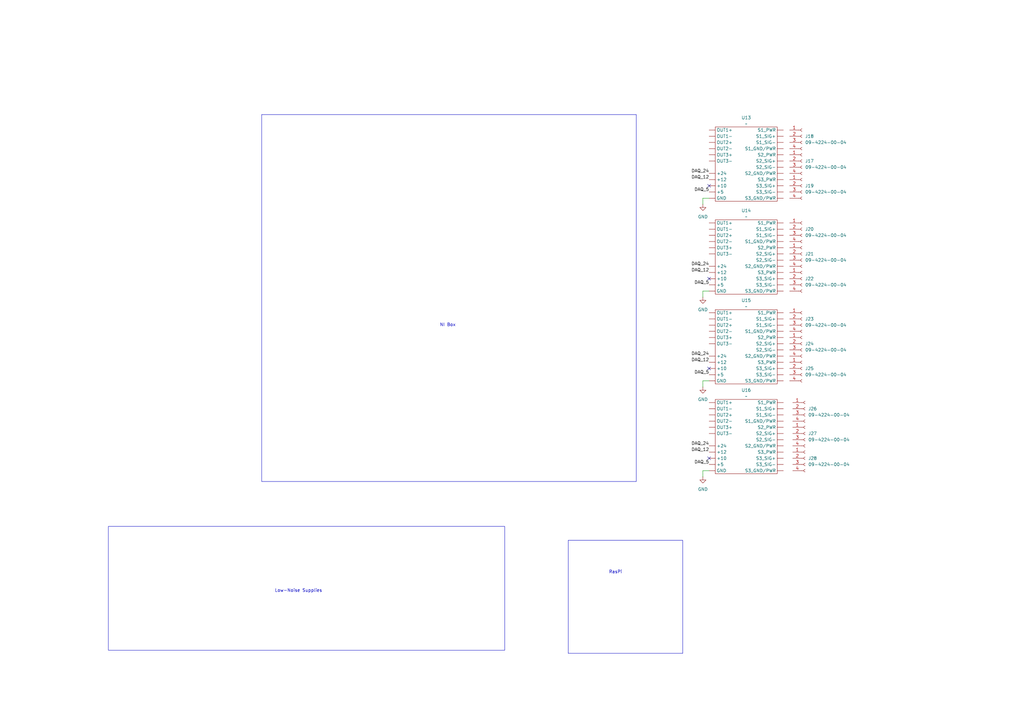
<source format=kicad_sch>
(kicad_sch (version 20231120) (generator "eeschema") (generator_version "8.0")
  (paper "A3")
  (lib_symbols
    (symbol "Connector:Conn_01x04_Socket" (pin_names (offset 1.016) hide)
      (property "Reference" "J" (at 0 5.08 0))
      (property "Value" "Conn_01x04_Socket" (at 0 -7.62 0))
      (symbol "Conn_01x04_Socket_1_1"
        (arc (start 0 -4.572) (mid -0.5058 -5.08) (end 0 -5.588) (stroke (width 0.1524)))
        (arc (start 0 -2.032) (mid -0.5058 -2.54) (end 0 -3.048) (stroke (width 0.1524)))
        (polyline (pts (xy -1.27 -5.08) (xy -0.508 -5.08)) (stroke (width 0.1524)))
        (polyline (pts (xy -1.27 -2.54) (xy -0.508 -2.54)) (stroke (width 0.1524)))
        (polyline (pts (xy -1.27 0) (xy -0.508 0)) (stroke (width 0.1524)))
        (polyline (pts (xy -1.27 2.54) (xy -0.508 2.54)) (stroke (width 0.1524)))
        (arc (start 0 0.508) (mid -0.5058 0) (end 0 -0.508) (stroke (width 0.1524)))
        (arc (start 0 3.048) (mid -0.5058 2.54) (end 0 2.032) (stroke (width 0.1524)))
        (pin passive line (at -5.08 2.54 0) (length 3.81) (name "Pin_1") (number "1"))
        (pin passive line (at -5.08 0 0) (length 3.81) (name "Pin_2") (number "2"))
        (pin passive line (at -5.08 -2.54 0) (length 3.81) (name "Pin_3") (number "3"))
        (pin passive line (at -5.08 -5.08 0) (length 3.81) (name "Pin_4") (number "4"))
      )
    )
    (symbol "automedon:patch_panel"
      (property "Reference" "U" (at 0 0 0))
      (symbol "patch_panel_0_1"
        (rectangle (start -12.7 -2.54) (end 12.7 -33.02))
      )
      (symbol "patch_panel_1_1"
        (pin power_out line (at -15.24 -26.67 0) (length 2.54) (name "+10") (number ""))
        (pin power_out line (at -15.24 -24.13 0) (length 2.54) (name "+12") (number ""))
        (pin power_out line (at -15.24 -21.59 0) (length 2.54) (name "+24") (number ""))
        (pin power_out line (at -15.24 -29.21 0) (length 2.54) (name "+5") (number ""))
        (pin power_out line (at -15.24 -31.75 0) (length 2.54) (name "GND") (number ""))
        (pin power_out line (at -15.24 -3.81 0) (length 2.54) (name "OUT1+") (number ""))
        (pin power_out line (at -15.24 -6.35 0) (length 2.54) (name "OUT1-") (number ""))
        (pin power_out line (at -15.24 -8.89 0) (length 2.54) (name "OUT2+") (number ""))
        (pin power_out line (at -15.24 -11.43 0) (length 2.54) (name "OUT2-") (number ""))
        (pin power_out line (at -15.24 -13.97 0) (length 2.54) (name "OUT3+") (number ""))
        (pin power_out line (at -15.24 -16.51 0) (length 2.54) (name "OUT3-") (number ""))
        (pin power_out line (at 15.24 -11.43 180) (length 2.54) (name "S1_GND/PWR") (number ""))
        (pin power_out line (at 15.24 -3.81 180) (length 2.54) (name "S1_PWR") (number ""))
        (pin power_out line (at 15.24 -6.35 180) (length 2.54) (name "S1_SIG+") (number ""))
        (pin power_out line (at 15.24 -8.89 180) (length 2.54) (name "S1_SIG-") (number ""))
        (pin power_out line (at 15.24 -21.59 180) (length 2.54) (name "S2_GND/PWR") (number ""))
        (pin power_out line (at 15.24 -13.97 180) (length 2.54) (name "S2_PWR") (number ""))
        (pin power_out line (at 15.24 -16.51 180) (length 2.54) (name "S2_SIG+") (number ""))
        (pin power_out line (at 15.24 -19.05 180) (length 2.54) (name "S2_SIG-") (number ""))
        (pin power_out line (at 15.24 -31.75 180) (length 2.54) (name "S3_GND/PWR") (number ""))
        (pin power_out line (at 15.24 -24.13 180) (length 2.54) (name "S3_PWR") (number ""))
        (pin power_out line (at 15.24 -26.67 180) (length 2.54) (name "S3_SIG+") (number ""))
        (pin power_out line (at 15.24 -29.21 180) (length 2.54) (name "S3_SIG-") (number ""))
      )
    )
    (symbol "power:GND" (power) (pin_numbers hide) (pin_names (offset 0) hide)
      (property "Value" "GND" (at 0 -3.81 0))
      (symbol "GND_0_1"
        (polyline (pts (xy 0 0) (xy 0 -1.27) (xy 1.27 -1.27) (xy 0 -2.54) (xy -1.27 -1.27) (xy 0 -1.27)))
      )
      (symbol "GND_1_1"
        (pin power_in line (at 0 0 270) (length 0) (name "~") (number "1"))
      )
    )
  )
  (no_connect (at 290.83 187.96))
  (no_connect (at 290.83 76.2))
  (no_connect (at 290.83 114.3))
  (no_connect (at 290.83 151.13))
  (wire (pts (xy 288.29 119.38) (xy 288.29 121.92)))
  (wire (pts (xy 290.83 193.04) (xy 288.29 193.04)))
  (wire (pts (xy 288.29 156.21) (xy 288.29 158.75)))
  (wire (pts (xy 288.29 81.28) (xy 288.29 83.82)))
  (wire (pts (xy 290.83 81.28) (xy 288.29 81.28)))
  (wire (pts (xy 288.29 193.04) (xy 288.29 195.58)))
  (wire (pts (xy 290.83 156.21) (xy 288.29 156.21)))
  (wire (pts (xy 290.83 119.38) (xy 288.29 119.38)))
  (rectangle (start 44.45 215.9) (end 207.01 266.7))
  (rectangle (start 107.315 46.99) (end 260.985 197.485))
  (rectangle (start 233.045 221.615) (end 280.035 267.97))
  (text "RasPi" (at 252.476 234.696 0) (effects (font (size 1.27 1.27))))
  (text "Low-Noise Supplies" (at 122.428 242.316 0) (effects (font (size 1.27 1.27))))
  (text "NI Box" (at 183.642 133.35 0) (effects (font (size 1.27 1.27))))
  (label "DAQ_5" (at 290.83 78.74 180))
  (label "DAQ_24" (at 290.83 182.88 180))
  (label "DAQ_12" (at 290.83 73.66 180))
  (label "DAQ_24" (at 290.83 146.05 180))
  (label "DAQ_12" (at 290.83 111.76 180))
  (label "DAQ_5" (at 290.83 190.5 180))
  (label "DAQ_12" (at 290.83 148.59 180))
  (label "DAQ_24" (at 290.83 71.12 180))
  (label "DAQ_5" (at 290.83 116.84 180))
  (label "DAQ_12" (at 290.83 185.42 180))
  (label "DAQ_24" (at 290.83 109.22 180))
  (label "DAQ_5" (at 290.83 153.67 180))
  (symbol (lib_id "power:GND") (at 288.29 158.75 0) (unit 1)
    (property "Reference" "#PWR023" (effects (hide yes)))
    (property "Value" "GND" (at 288.29 163.83 0))
    (property "Description" "Power symbol creates a global label with name \"GND\" , ground" (effects (hide yes)))
  )
  (symbol (lib_id "Connector:Conn_01x04_Socket") (at 330.2 177.8 0) (unit 1)
    (property "Reference" "J27" (at 331.47 177.7999 0) (effects (justify left)))
    (property "Value" "09-4224-00-04" (at 331.47 180.3399 0) (effects (justify left)))
    (property "Description" "Generic connector, single row, 01x04, script generated" (effects (hide yes)))
  )
  (symbol (lib_id "Connector:Conn_01x04_Socket") (at 328.93 114.3 0) (unit 1)
    (property "Reference" "J22" (at 330.2 114.2999 0) (effects (justify left)))
    (property "Value" "09-4224-00-04" (at 330.2 116.8399 0) (effects (justify left)))
    (property "Description" "Generic connector, single row, 01x04, script generated" (effects (hide yes)))
  )
  (symbol (lib_id "Connector:Conn_01x04_Socket") (at 330.2 167.64 0) (unit 1)
    (property "Reference" "J26" (at 331.47 167.6399 0) (effects (justify left)))
    (property "Value" "09-4224-00-04" (at 331.47 170.1799 0) (effects (justify left)))
    (property "Description" "Generic connector, single row, 01x04, script generated" (effects (hide yes)))
  )
  (symbol (lib_id "power:GND") (at 288.29 83.82 0) (unit 1)
    (property "Reference" "#PWR021" (effects (hide yes)))
    (property "Value" "GND" (at 288.29 88.9 0))
    (property "Description" "Power symbol creates a global label with name \"GND\" , ground" (effects (hide yes)))
  )
  (symbol (lib_id "Connector:Conn_01x04_Socket") (at 328.93 66.04 0) (unit 1)
    (property "Reference" "J17" (at 330.2 66.0399 0) (effects (justify left)))
    (property "Value" "09-4224-00-04" (at 330.2 68.5799 0) (effects (justify left)))
    (property "Description" "Generic connector, single row, 01x04, script generated" (effects (hide yes)))
  )
  (symbol (lib_id "automedon:patch_panel") (at 306.07 161.29 0) (unit 1)
    (property "Reference" "U16" (at 306.07 160.02 0))
    (property "Value" "~" (at 306.07 162.56 0))
  )
  (symbol (lib_id "power:GND") (at 288.29 195.58 0) (unit 1)
    (property "Reference" "#PWR024" (effects (hide yes)))
    (property "Value" "GND" (at 288.29 200.66 0))
    (property "Description" "Power symbol creates a global label with name \"GND\" , ground" (effects (hide yes)))
  )
  (symbol (lib_id "Connector:Conn_01x04_Socket") (at 330.2 187.96 0) (unit 1)
    (property "Reference" "J28" (at 331.47 187.9599 0) (effects (justify left)))
    (property "Value" "09-4224-00-04" (at 331.47 190.4999 0) (effects (justify left)))
    (property "Description" "Generic connector, single row, 01x04, script generated" (effects (hide yes)))
  )
  (symbol (lib_id "power:GND") (at 288.29 121.92 0) (unit 1)
    (property "Reference" "#PWR022" (effects (hide yes)))
    (property "Value" "GND" (at 288.29 127 0))
    (property "Description" "Power symbol creates a global label with name \"GND\" , ground" (effects (hide yes)))
  )
  (symbol (lib_id "Connector:Conn_01x04_Socket") (at 328.93 130.81 0) (unit 1)
    (property "Reference" "J23" (at 330.2 130.8099 0) (effects (justify left)))
    (property "Value" "09-4224-00-04" (at 330.2 133.3499 0) (effects (justify left)))
    (property "Description" "Generic connector, single row, 01x04, script generated" (effects (hide yes)))
  )
  (symbol (lib_id "automedon:patch_panel") (at 306.07 49.53 0) (unit 1)
    (property "Reference" "U13" (at 306.07 48.26 0))
    (property "Value" "~" (at 306.07 50.8 0))
  )
  (symbol (lib_id "automedon:patch_panel") (at 306.07 87.63 0) (unit 1)
    (property "Reference" "U14" (at 306.07 86.36 0))
    (property "Value" "~" (at 306.07 88.9 0))
  )
  (symbol (lib_id "Connector:Conn_01x04_Socket") (at 328.93 93.98 0) (unit 1)
    (property "Reference" "J20" (at 330.2 93.9799 0) (effects (justify left)))
    (property "Value" "09-4224-00-04" (at 330.2 96.5199 0) (effects (justify left)))
    (property "Description" "Generic connector, single row, 01x04, script generated" (effects (hide yes)))
  )
  (symbol (lib_id "Connector:Conn_01x04_Socket") (at 328.93 151.13 0) (unit 1)
    (property "Reference" "J25" (at 330.2 151.1299 0) (effects (justify left)))
    (property "Value" "09-4224-00-04" (at 330.2 153.6699 0) (effects (justify left)))
    (property "Description" "Generic connector, single row, 01x04, script generated" (effects (hide yes)))
  )
  (symbol (lib_id "automedon:patch_panel") (at 306.07 124.46 0) (unit 1)
    (property "Reference" "U15" (at 306.07 123.19 0))
    (property "Value" "~" (at 306.07 125.73 0))
  )
  (symbol (lib_id "Connector:Conn_01x04_Socket") (at 328.93 140.97 0) (unit 1)
    (property "Reference" "J24" (at 330.2 140.9699 0) (effects (justify left)))
    (property "Value" "09-4224-00-04" (at 330.2 143.5099 0) (effects (justify left)))
    (property "Description" "Generic connector, single row, 01x04, script generated" (effects (hide yes)))
  )
  (symbol (lib_id "Connector:Conn_01x04_Socket") (at 328.93 76.2 0) (unit 1)
    (property "Reference" "J19" (at 330.2 76.1999 0) (effects (justify left)))
    (property "Value" "09-4224-00-04" (at 330.2 78.7399 0) (effects (justify left)))
    (property "Description" "Generic connector, single row, 01x04, script generated" (effects (hide yes)))
  )
  (symbol (lib_id "Connector:Conn_01x04_Socket") (at 328.93 55.88 0) (unit 1)
    (property "Reference" "J18" (at 330.2 55.8799 0) (effects (justify left)))
    (property "Value" "09-4224-00-04" (at 330.2 58.4199 0) (effects (justify left)))
    (property "Description" "Generic connector, single row, 01x04, script generated" (effects (hide yes)))
  )
  (symbol (lib_id "Connector:Conn_01x04_Socket") (at 328.93 104.14 0) (unit 1)
    (property "Reference" "J21" (at 330.2 104.1399 0) (effects (justify left)))
    (property "Value" "09-4224-00-04" (at 330.2 106.6799 0) (effects (justify left)))
    (property "Description" "Generic connector, single row, 01x04, script generated" (effects (hide yes)))
  )
)
</source>
